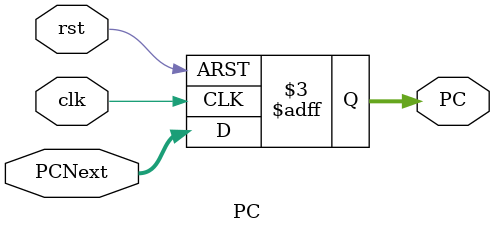
<source format=sv>
module PC (
    input logic [31:0] PCNext,
    input logic clk,rst,
    output logic [31:0] PC
);
    
    always_ff @(posedge clk or negedge rst) begin
        if (rst == 1'b0) begin
            PC <= 32'h8000_0000;
        end else begin
            PC <= PCNext;
        end
    end 
endmodule

</source>
